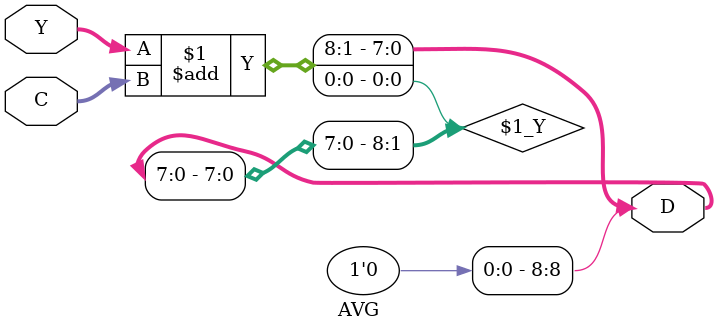
<source format=v>
module AVG(Y,
           C,
           D,
           );
    input [8:0] Y;
    input [1:0] C;
    output [8:0] D;
    
    assign D = (Y+C)>>1;
endmodule

</source>
